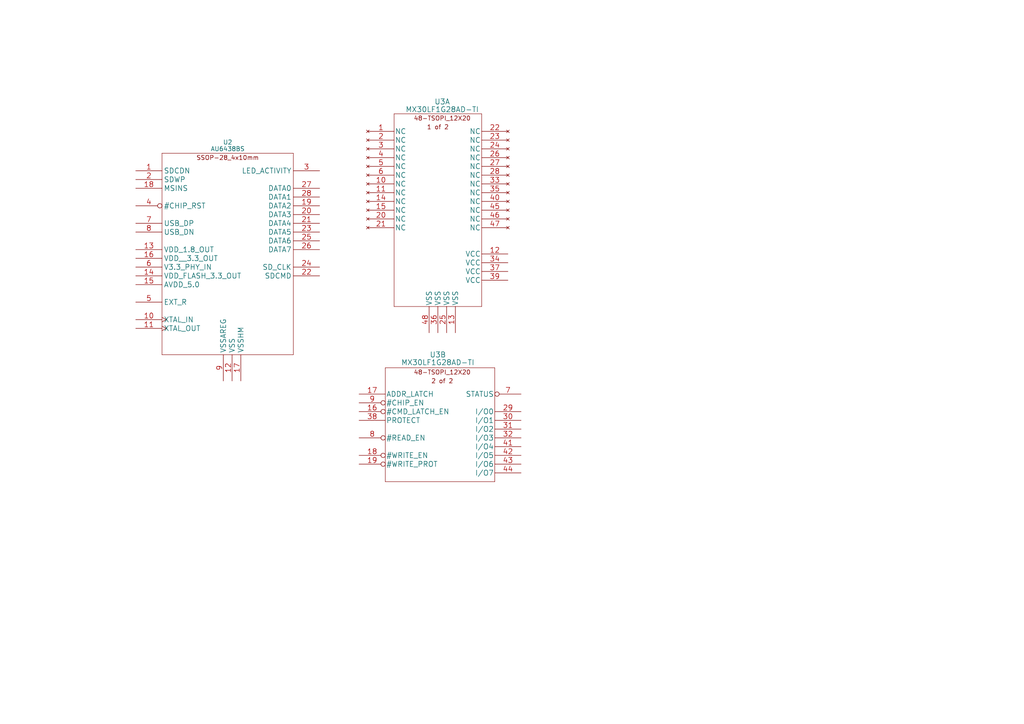
<source format=kicad_sch>
(kicad_sch (version 20230121) (generator eeschema)
  (paper "A4")
  (lib_symbols
    (symbol "html_accel_Symbols:AU6438BS"
      (property "Reference" "U" (at 17.78 3.81 0))
      (property "Value" "AU6438BS" (at 17.78 1.27 0))
      (symbol "AU6438BS_0_1"
        (text "SSOP-28_4x10mm" (at 19.05 -1.27 0) (effects (font (size 1.27 1.27))))
      )
      (symbol "AU6438BS_1_1"
        (polyline (pts (xy 0 -58.42) (xy 38.1 -58.42)) (stroke (width 0.127)))
        (polyline (pts (xy 0 0) (xy 0 -58.42)) (stroke (width 0.127)))
        (polyline (pts (xy 38.1 -58.42) (xy 38.1 0)) (stroke (width 0.127)))
        (polyline (pts (xy 38.1 0) (xy 0 0)) (stroke (width 0.127)))
        (pin bidirectional line (at -7.62 -5.08 0) (length 7.62) (name "SDCDN") (number "1"))
        (pin input clock (at -7.62 -48.26 0) (length 7.62) (name "XTAL_IN") (number "10"))
        (pin input clock (at -7.62 -50.8 0) (length 7.62) (name "XTAL_OUT") (number "11"))
        (pin power_in line (at 20.32 -66.04 90) (length 7.62) (name "VSS") (number "12"))
        (pin power_out line (at -7.62 -27.94 0) (length 7.62) (name "VDD_1.8_OUT") (number "13"))
        (pin power_out line (at -7.62 -35.56 0) (length 7.62) (name "VDD_FLASH_3.3_OUT") (number "14"))
        (pin power_in line (at -7.62 -38.1 0) (length 7.62) (name "AVDD_5.0") (number "15"))
        (pin power_out line (at -7.62 -30.48 0) (length 7.62) (name "VDD__3.3_OUT") (number "16"))
        (pin power_in line (at 22.86 -66.04 90) (length 7.62) (name "VSSHM") (number "17"))
        (pin bidirectional line (at -7.62 -10.16 0) (length 7.62) (name "MSINS") (number "18"))
        (pin bidirectional line (at 45.72 -15.24 180) (length 7.62) (name "DATA2") (number "19"))
        (pin bidirectional line (at -7.62 -7.62 0) (length 7.62) (name "SDWP") (number "2"))
        (pin bidirectional line (at 45.72 -17.78 180) (length 7.62) (name "DATA3") (number "20"))
        (pin bidirectional line (at 45.72 -20.32 180) (length 7.62) (name "DATA4") (number "21"))
        (pin bidirectional line (at 45.72 -35.56 180) (length 7.62) (name "SDCMD") (number "22"))
        (pin bidirectional line (at 45.72 -22.86 180) (length 7.62) (name "DATA5") (number "23"))
        (pin bidirectional line (at 45.72 -33.02 180) (length 7.62) (name "SD_CLK") (number "24"))
        (pin bidirectional line (at 45.72 -25.4 180) (length 7.62) (name "DATA6") (number "25"))
        (pin bidirectional line (at 45.72 -27.94 180) (length 7.62) (name "DATA7") (number "26"))
        (pin bidirectional line (at 45.72 -10.16 180) (length 7.62) (name "DATA0") (number "27"))
        (pin bidirectional line (at 45.72 -12.7 180) (length 7.62) (name "DATA1") (number "28"))
        (pin output line (at 45.72 -5.08 180) (length 7.62) (name "LED_ACTIVITY") (number "3"))
        (pin input inverted (at -7.62 -15.24 0) (length 7.62) (name "#CHIP_RST") (number "4"))
        (pin input line (at -7.62 -43.18 0) (length 7.62) (name "EXT_R") (number "5"))
        (pin power_in line (at -7.62 -33.02 0) (length 7.62) (name "V3.3_PHY_IN") (number "6"))
        (pin bidirectional line (at -7.62 -20.32 0) (length 7.62) (name "USB_DP") (number "7"))
        (pin bidirectional line (at -7.62 -22.86 0) (length 7.62) (name "USB_DN") (number "8"))
        (pin power_in line (at 17.78 -66.04 90) (length 7.62) (name "VSSAREG") (number "9"))
      )
    )
    (symbol "html_accel_Symbols:MX30LF1G28AD-TI" (pin_names (offset 0.254))
      (property "Reference" "U" (at 12.7 3.81 0))
      (property "Value" "MX30LF1G28AD-TI" (at 12.7 1.27 0))
      (symbol "MX30LF1G28AD-TI_1_0"
        (text "1 of 2" (at 12.7 -3.81 0) (effects (font (size 1.27 1.27))))
      )
      (symbol "MX30LF1G28AD-TI_1_1"
        (polyline (pts (xy 0 -55.88) (xy 25.4 -55.88)) (stroke (width 0.127)))
        (polyline (pts (xy 0 0) (xy 0 -55.88)) (stroke (width 0.127)))
        (polyline (pts (xy 25.4 -55.88) (xy 25.4 0)) (stroke (width 0.127)))
        (polyline (pts (xy 25.4 0) (xy 0 0)) (stroke (width 0.127)))
        (text "48-TSOPI_12X20" (at 13.97 -1.27 0) (effects (font (size 1.27 1.27))))
        (pin no_connect line (at -7.62 -5.08 0) (length 7.62) (name "NC") (number "1"))
        (pin no_connect line (at -7.62 -20.32 0) (length 7.62) (name "NC") (number "10"))
        (pin no_connect line (at -7.62 -22.86 0) (length 7.62) (name "NC") (number "11"))
        (pin power_in line (at 33.02 -40.64 180) (length 7.62) (name "VCC") (number "12"))
        (pin power_in line (at 17.78 -63.5 90) (length 7.62) (name "VSS") (number "13"))
        (pin no_connect line (at -7.62 -25.4 0) (length 7.62) (name "NC") (number "14"))
        (pin no_connect line (at -7.62 -27.94 0) (length 7.62) (name "NC") (number "15"))
        (pin no_connect line (at -7.62 -7.62 0) (length 7.62) (name "NC") (number "2"))
        (pin no_connect line (at -7.62 -30.48 0) (length 7.62) (name "NC") (number "20"))
        (pin no_connect line (at -7.62 -33.02 0) (length 7.62) (name "NC") (number "21"))
        (pin no_connect line (at 33.02 -5.08 180) (length 7.62) (name "NC") (number "22"))
        (pin no_connect line (at 33.02 -7.62 180) (length 7.62) (name "NC") (number "23"))
        (pin no_connect line (at 33.02 -10.16 180) (length 7.62) (name "NC") (number "24"))
        (pin power_in line (at 15.24 -63.5 90) (length 7.62) (name "VSS") (number "25"))
        (pin no_connect line (at 33.02 -12.7 180) (length 7.62) (name "NC") (number "26"))
        (pin no_connect line (at 33.02 -15.24 180) (length 7.62) (name "NC") (number "27"))
        (pin no_connect line (at 33.02 -17.78 180) (length 7.62) (name "NC") (number "28"))
        (pin no_connect line (at -7.62 -10.16 0) (length 7.62) (name "NC") (number "3"))
        (pin no_connect line (at 33.02 -20.32 180) (length 7.62) (name "NC") (number "33"))
        (pin power_in line (at 33.02 -43.18 180) (length 7.62) (name "VCC") (number "34"))
        (pin no_connect line (at 33.02 -22.86 180) (length 7.62) (name "NC") (number "35"))
        (pin power_in line (at 12.7 -63.5 90) (length 7.62) (name "VSS") (number "36"))
        (pin power_in line (at 33.02 -45.72 180) (length 7.62) (name "VCC") (number "37"))
        (pin power_in line (at 33.02 -48.26 180) (length 7.62) (name "VCC") (number "39"))
        (pin no_connect line (at -7.62 -12.7 0) (length 7.62) (name "NC") (number "4"))
        (pin no_connect line (at 33.02 -25.4 180) (length 7.62) (name "NC") (number "40"))
        (pin no_connect line (at 33.02 -27.94 180) (length 7.62) (name "NC") (number "45"))
        (pin no_connect line (at 33.02 -30.48 180) (length 7.62) (name "NC") (number "46"))
        (pin no_connect line (at 33.02 -33.02 180) (length 7.62) (name "NC") (number "47"))
        (pin power_in line (at 10.16 -63.5 90) (length 7.62) (name "VSS") (number "48"))
        (pin no_connect line (at -7.62 -15.24 0) (length 7.62) (name "NC") (number "5"))
        (pin no_connect line (at -7.62 -17.78 0) (length 7.62) (name "NC") (number "6"))
      )
      (symbol "MX30LF1G28AD-TI_2_0"
        (text "2 of 2" (at 16.51 -3.81 0) (effects (font (size 1.27 1.27))))
      )
      (symbol "MX30LF1G28AD-TI_2_1"
        (polyline (pts (xy 0 -33.02) (xy 31.75 -33.02)) (stroke (width 0.127)))
        (polyline (pts (xy 0 0) (xy 0 -33.02)) (stroke (width 0.127)))
        (polyline (pts (xy 31.75 -33.02) (xy 31.75 0)) (stroke (width 0.127)))
        (polyline (pts (xy 31.75 0) (xy 0 0)) (stroke (width 0.127)))
        (text "48-TSOPI_12X20" (at 16.51 -1.27 0) (effects (font (size 1.27 1.27))))
        (pin input inverted (at -7.62 -12.7 0) (length 7.62) (name "#CMD_LATCH_EN") (number "16"))
        (pin input line (at -7.62 -7.62 0) (length 7.62) (name "ADDR_LATCH") (number "17"))
        (pin input inverted (at -7.62 -25.4 0) (length 7.62) (name "#WRITE_EN") (number "18"))
        (pin input inverted (at -7.62 -27.94 0) (length 7.62) (name "#WRITE_PROT") (number "19"))
        (pin bidirectional line (at 39.37 -12.7 180) (length 7.62) (name "I/O0") (number "29"))
        (pin bidirectional line (at 39.37 -15.24 180) (length 7.62) (name "I/O1") (number "30"))
        (pin bidirectional line (at 39.37 -17.78 180) (length 7.62) (name "I/O2") (number "31"))
        (pin bidirectional line (at 39.37 -20.32 180) (length 7.62) (name "I/O3") (number "32"))
        (pin input line (at -7.62 -15.24 0) (length 7.62) (name "PROTECT") (number "38"))
        (pin bidirectional line (at 39.37 -22.86 180) (length 7.62) (name "I/O4") (number "41"))
        (pin bidirectional line (at 39.37 -25.4 180) (length 7.62) (name "I/O5") (number "42"))
        (pin bidirectional line (at 39.37 -27.94 180) (length 7.62) (name "I/O6") (number "43"))
        (pin bidirectional line (at 39.37 -30.48 180) (length 7.62) (name "I/O7") (number "44"))
        (pin output inverted (at 39.37 -7.62 180) (length 7.62) (name "STATUS") (number "7"))
        (pin input inverted (at -7.62 -20.32 0) (length 7.62) (name "#READ_EN") (number "8"))
        (pin input inverted (at -7.62 -10.16 0) (length 7.62) (name "#CHIP_EN") (number "9"))
      )
    )
  )
  (symbol (lib_id "html_accel_Symbols:MX30LF1G28AD-TI") (at 114.3 33.02 0) (unit 1)
    (property "Reference" "U3" (at 128.27 29.4958 0) (effects (font (size 1.524 1.524))))
    (property "Value" "MX30LF1G28AD-TI" (at 128.27 31.75 0) (effects (font (size 1.524 1.524))))
    (property "Footprint" "html_accel_footprints:MX30LF1G28AD-TI" (effects hide))
  )
  (symbol (lib_id "html_accel_Symbols:AU6438BS") (at 46.99 44.45 0) (unit 1)
    (property "Reference" "U2" (at 66.04 41.259 0))
    (property "Value" "AU6438BS" (at 66.04 43.18 0))
    (property "Footprint" "Package_SO:SSOP-28_3.9x9.9mm_P0.635mm" (effects hide))
  )
  (symbol (lib_id "html_accel_Symbols:MX30LF1G28AD-TI") (at 111.76 106.68 0) (unit 2)
    (property "Reference" "U3" (at 127 102.87 0) (effects (font (size 1.524 1.524))))
    (property "Value" "MX30LF1G28AD-TI" (at 127 105.1242 0) (effects (font (size 1.524 1.524))))
    (property "Footprint" "html_accel_footprints:MX30LF1G28AD-TI" (effects hide))
  )
)
</source>
